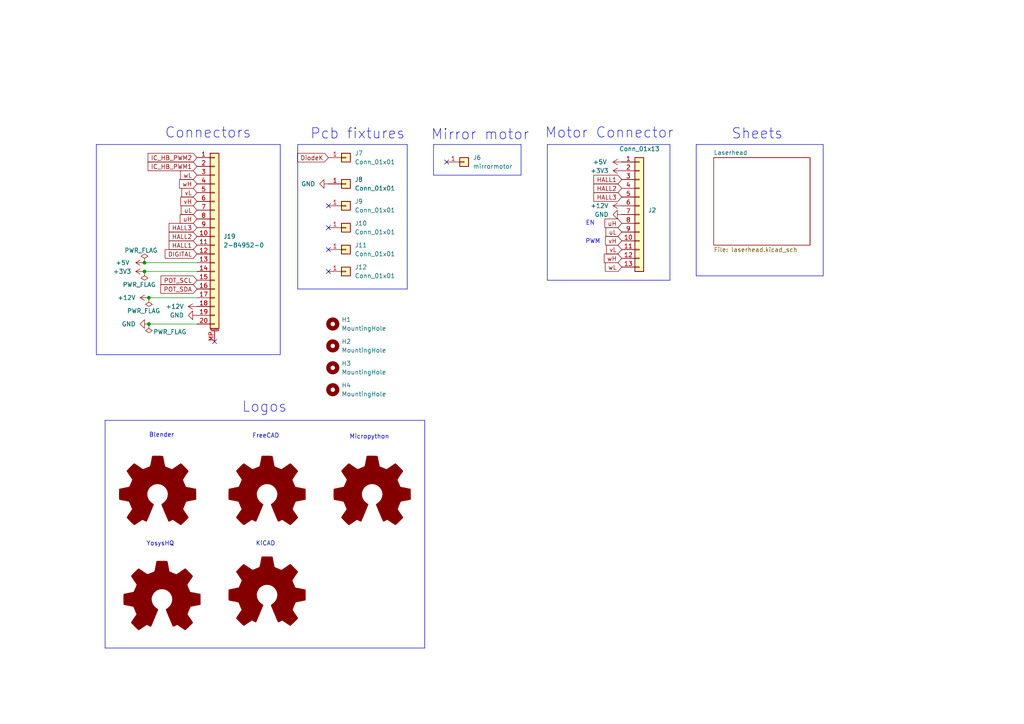
<source format=kicad_sch>
(kicad_sch (version 20231120) (generator "eeschema") (generator_version "8.0")
  (paper "A4")
  (title_block (title "Laserhead Base") (date "2024-10-28") (rev "0.1") (company "Hexastorm") (comment 1 "Author: Rik Starmans"))
  (lib_symbols
    (symbol "Connector_Generic:Conn_01x01" (pin_names (offset 1.016) hide)
      (property "Reference" "J" (at 0 2.54 0))
      (property "Value" "Conn_01x01" (at 0 -2.54 0))
      (symbol "Conn_01x01_1_1"
        (rectangle (start -1.27 0.127) (end 0 -0.127) (stroke (width 0.1524)))
        (rectangle (start -1.27 1.27) (end 1.27 -1.27) (stroke (width 0.254)) (fill (type background)))
        (pin passive line (at -5.08 0 0) (length 3.81) (name "Pin_1") (number "1"))
      )
    )
    (symbol "Connector_Generic:Conn_01x13" (pin_names (offset 1.016) hide)
      (property "Reference" "J" (at 0 17.78 0))
      (property "Value" "Conn_01x13" (at 0 -17.78 0))
      (symbol "Conn_01x13_1_1"
        (rectangle (start -1.27 -15.113) (end 0 -15.367) (stroke (width 0.1524)))
        (rectangle (start -1.27 -12.573) (end 0 -12.827) (stroke (width 0.1524)))
        (rectangle (start -1.27 -10.033) (end 0 -10.287) (stroke (width 0.1524)))
        (rectangle (start -1.27 -7.493) (end 0 -7.747) (stroke (width 0.1524)))
        (rectangle (start -1.27 -4.953) (end 0 -5.207) (stroke (width 0.1524)))
        (rectangle (start -1.27 -2.413) (end 0 -2.667) (stroke (width 0.1524)))
        (rectangle (start -1.27 0.127) (end 0 -0.127) (stroke (width 0.1524)))
        (rectangle (start -1.27 2.667) (end 0 2.413) (stroke (width 0.1524)))
        (rectangle (start -1.27 5.207) (end 0 4.953) (stroke (width 0.1524)))
        (rectangle (start -1.27 7.747) (end 0 7.493) (stroke (width 0.1524)))
        (rectangle (start -1.27 10.287) (end 0 10.033) (stroke (width 0.1524)))
        (rectangle (start -1.27 12.827) (end 0 12.573) (stroke (width 0.1524)))
        (rectangle (start -1.27 15.367) (end 0 15.113) (stroke (width 0.1524)))
        (rectangle (start -1.27 16.51) (end 1.27 -16.51) (stroke (width 0.254)) (fill (type background)))
        (pin passive line (at -5.08 15.24 0) (length 3.81) (name "Pin_1") (number "1"))
        (pin passive line (at -5.08 -7.62 0) (length 3.81) (name "Pin_10") (number "10"))
        (pin passive line (at -5.08 -10.16 0) (length 3.81) (name "Pin_11") (number "11"))
        (pin passive line (at -5.08 -12.7 0) (length 3.81) (name "Pin_12") (number "12"))
        (pin passive line (at -5.08 -15.24 0) (length 3.81) (name "Pin_13") (number "13"))
        (pin passive line (at -5.08 12.7 0) (length 3.81) (name "Pin_2") (number "2"))
        (pin passive line (at -5.08 10.16 0) (length 3.81) (name "Pin_3") (number "3"))
        (pin passive line (at -5.08 7.62 0) (length 3.81) (name "Pin_4") (number "4"))
        (pin passive line (at -5.08 5.08 0) (length 3.81) (name "Pin_5") (number "5"))
        (pin passive line (at -5.08 2.54 0) (length 3.81) (name "Pin_6") (number "6"))
        (pin passive line (at -5.08 0 0) (length 3.81) (name "Pin_7") (number "7"))
        (pin passive line (at -5.08 -2.54 0) (length 3.81) (name "Pin_8") (number "8"))
        (pin passive line (at -5.08 -5.08 0) (length 3.81) (name "Pin_9") (number "9"))
      )
    )
    (symbol "Connector_Generic_MountingPin:Conn_01x20_MountingPin" (pin_names (offset 1.016) hide)
      (property "Reference" "J" (at 0 25.4 0))
      (property "Value" "Conn_01x20_MountingPin" (at 1.27 -27.94 0))
      (symbol "Conn_01x20_MountingPin_1_1"
        (rectangle (start -1.27 -25.273) (end 0 -25.527) (stroke (width 0.1524)))
        (rectangle (start -1.27 -22.733) (end 0 -22.987) (stroke (width 0.1524)))
        (rectangle (start -1.27 -20.193) (end 0 -20.447) (stroke (width 0.1524)))
        (rectangle (start -1.27 -17.653) (end 0 -17.907) (stroke (width 0.1524)))
        (rectangle (start -1.27 -15.113) (end 0 -15.367) (stroke (width 0.1524)))
        (rectangle (start -1.27 -12.573) (end 0 -12.827) (stroke (width 0.1524)))
        (rectangle (start -1.27 -10.033) (end 0 -10.287) (stroke (width 0.1524)))
        (rectangle (start -1.27 -7.493) (end 0 -7.747) (stroke (width 0.1524)))
        (rectangle (start -1.27 -4.953) (end 0 -5.207) (stroke (width 0.1524)))
        (rectangle (start -1.27 -2.413) (end 0 -2.667) (stroke (width 0.1524)))
        (rectangle (start -1.27 0.127) (end 0 -0.127) (stroke (width 0.1524)))
        (rectangle (start -1.27 2.667) (end 0 2.413) (stroke (width 0.1524)))
        (rectangle (start -1.27 5.207) (end 0 4.953) (stroke (width 0.1524)))
        (rectangle (start -1.27 7.747) (end 0 7.493) (stroke (width 0.1524)))
        (rectangle (start -1.27 10.287) (end 0 10.033) (stroke (width 0.1524)))
        (rectangle (start -1.27 12.827) (end 0 12.573) (stroke (width 0.1524)))
        (rectangle (start -1.27 15.367) (end 0 15.113) (stroke (width 0.1524)))
        (rectangle (start -1.27 17.907) (end 0 17.653) (stroke (width 0.1524)))
        (rectangle (start -1.27 20.447) (end 0 20.193) (stroke (width 0.1524)))
        (rectangle (start -1.27 22.987) (end 0 22.733) (stroke (width 0.1524)))
        (rectangle (start -1.27 24.13) (end 1.27 -26.67) (stroke (width 0.254)) (fill (type background)))
        (polyline (pts (xy -1.016 -27.432) (xy 1.016 -27.432)) (stroke (width 0.1524)))
        (text "Mounting" (at 0 -27.051 0) (effects (font (size 0.381 0.381))))
        (pin passive line (at -5.08 22.86 0) (length 3.81) (name "Pin_1") (number "1"))
        (pin passive line (at -5.08 0 0) (length 3.81) (name "Pin_10") (number "10"))
        (pin passive line (at -5.08 -2.54 0) (length 3.81) (name "Pin_11") (number "11"))
        (pin passive line (at -5.08 -5.08 0) (length 3.81) (name "Pin_12") (number "12"))
        (pin passive line (at -5.08 -7.62 0) (length 3.81) (name "Pin_13") (number "13"))
        (pin passive line (at -5.08 -10.16 0) (length 3.81) (name "Pin_14") (number "14"))
        (pin passive line (at -5.08 -12.7 0) (length 3.81) (name "Pin_15") (number "15"))
        (pin passive line (at -5.08 -15.24 0) (length 3.81) (name "Pin_16") (number "16"))
        (pin passive line (at -5.08 -17.78 0) (length 3.81) (name "Pin_17") (number "17"))
        (pin passive line (at -5.08 -20.32 0) (length 3.81) (name "Pin_18") (number "18"))
        (pin passive line (at -5.08 -22.86 0) (length 3.81) (name "Pin_19") (number "19"))
        (pin passive line (at -5.08 20.32 0) (length 3.81) (name "Pin_2") (number "2"))
        (pin passive line (at -5.08 -25.4 0) (length 3.81) (name "Pin_20") (number "20"))
        (pin passive line (at -5.08 17.78 0) (length 3.81) (name "Pin_3") (number "3"))
        (pin passive line (at -5.08 15.24 0) (length 3.81) (name "Pin_4") (number "4"))
        (pin passive line (at -5.08 12.7 0) (length 3.81) (name "Pin_5") (number "5"))
        (pin passive line (at -5.08 10.16 0) (length 3.81) (name "Pin_6") (number "6"))
        (pin passive line (at -5.08 7.62 0) (length 3.81) (name "Pin_7") (number "7"))
        (pin passive line (at -5.08 5.08 0) (length 3.81) (name "Pin_8") (number "8"))
        (pin passive line (at -5.08 2.54 0) (length 3.81) (name "Pin_9") (number "9"))
        (pin passive line (at 0 -30.48 90) (length 3.048) (name "MountPin") (number "MP"))
      )
    )
    (symbol "Graphic:Logo_Open_Hardware_Large" (in_bom no) (on_board no)
      (symbol "Logo_Open_Hardware_Large_1_1"
        (polyline (pts (xy 6.731 -8.7122) (xy 6.6294 -8.6614) (xy 6.35 -8.4836) (xy 5.9944 -8.255) (xy 5.5372 -7.9502) (xy 5.1054 -7.6454) (xy 4.7498 -7.4168) (xy 4.4958 -7.239) (xy 4.3942 -7.1882) (xy 4.318 -7.2136) (xy 4.1148 -7.3152) (xy 3.81 -7.4676) (xy 3.6322 -7.5692) (xy 3.3528 -7.6708) (xy 3.2258 -7.6962) (xy 3.2004 -7.6708) (xy 3.0988 -7.4676) (xy 2.9464 -7.0866) (xy 2.7178 -6.604) (xy 2.4892 -6.0452) (xy 2.2352 -5.4356) (xy 1.9558 -4.826) (xy 1.7272 -4.2164) (xy 1.4986 -3.683) (xy 1.3208 -3.2512) (xy 1.2192 -2.9464) (xy 1.1684 -2.8194) (xy 1.1938 -2.794) (xy 1.3208 -2.667) (xy 1.5748 -2.4892) (xy 2.0828 -2.0574) (xy 2.6162 -1.397) (xy 2.921 -0.6604) (xy 3.048 0.1524) (xy 2.9464 0.9144) (xy 2.6416 1.6256) (xy 2.1336 2.286) (xy 1.524 2.7686) (xy 0.8128 3.0734) (xy 0 3.175) (xy -0.762 3.0988) (xy -1.4986 2.794) (xy -2.159 2.286) (xy -2.4384 1.9812) (xy -2.8194 1.3208) (xy -3.048 0.6096) (xy -3.0734 0.4318) (xy -3.0226 -0.3556) (xy -2.794 -1.0922) (xy -2.3876 -1.7526) (xy -1.8288 -2.3114) (xy -1.7526 -2.3622) (xy -1.4732 -2.5654) (xy -1.2954 -2.6924) (xy -1.1684 -2.8194) (xy -2.159 -5.207) (xy -2.3114 -5.588) (xy -2.5908 -6.2484) (xy -2.8194 -6.8072) (xy -3.0226 -7.2644) (xy -3.1496 -7.5692) (xy -3.2258 -7.6708) (xy -3.2258 -7.6962) (xy -3.302 -7.6962) (xy -3.4798 -7.6454) (xy -3.8354 -7.4676) (xy -4.0386 -7.366) (xy -4.2926 -7.239) (xy -4.4196 -7.1882) (xy -4.5212 -7.239) (xy -4.7498 -7.3914) (xy -5.1054 -7.6454) (xy -5.5372 -7.9248) (xy -5.9436 -8.2042) (xy -6.3246 -8.4582) (xy -6.604 -8.636) (xy -6.731 -8.7122) (xy -6.7564 -8.7122) (xy -6.858 -8.636) (xy -7.0866 -8.4582) (xy -7.4168 -8.1534) (xy -7.874 -7.6962) (xy -7.9502 -7.62) (xy -8.3312 -7.239) (xy -8.636 -6.9088) (xy -8.8392 -6.6802) (xy -8.9154 -6.5786) (xy -8.9154 -6.5786) (xy -8.8392 -6.4516) (xy -8.6614 -6.1722) (xy -8.4328 -5.7912) (xy -8.128 -5.3594) (xy -7.3152 -4.191) (xy -7.7724 -3.0988) (xy -7.8994 -2.7686) (xy -8.0772 -2.3622) (xy -8.2042 -2.0828) (xy -8.255 -1.9558) (xy -8.382 -1.905) (xy -8.6614 -1.8542) (xy -9.0932 -1.7526) (xy -9.6266 -1.651) (xy -10.1092 -1.5748) (xy -10.541 -1.4732) (xy -10.8712 -1.4224) (xy -11.0236 -1.397) (xy -11.049 -1.3716) (xy -11.0744 -1.2954) (xy -11.0998 -1.143) (xy -11.0998 -0.889) (xy -11.1252 -0.4572) (xy -11.1252 0.1524) (xy -11.1252 0.2286) (xy -11.0998 0.8128) (xy -11.0998 1.27) (xy -11.0744 1.5494) (xy -11.0744 1.6764) (xy -11.0744 1.6764) (xy -10.922 1.7018) (xy -10.6172 1.778) (xy -10.16 1.8542) (xy -9.652 1.9558) (xy -9.6012 1.9812) (xy -9.0932 2.0828) (xy -8.636 2.159) (xy -8.3312 2.2352) (xy -8.2042 2.286) (xy -8.1788 2.3114) (xy -8.0772 2.5146) (xy -7.9248 2.8448) (xy -7.747 3.2512) (xy -7.5692 3.6576) (xy -7.4168 4.0386) (xy -7.3152 4.318) (xy -7.2898 4.445) (xy -7.2898 4.445) (xy -7.366 4.572) (xy -7.5438 4.826) (xy -7.7978 5.207) (xy -8.128 5.6642) (xy -8.128 5.6896) (xy -8.4328 6.1468) (xy -8.6868 6.5278) (xy -8.8392 6.7818) (xy -8.9154 6.9088) (xy -8.9154 6.9088) (xy -8.8138 7.0358) (xy -8.5852 7.2898) (xy -8.255 7.6454) (xy -7.874 8.0264) (xy -7.747 8.1534) (xy -7.3152 8.5852) (xy -7.0104 8.8646) (xy -6.8326 8.9916) (xy -6.731 9.0424) (xy -6.731 9.0424) (xy -6.604 8.9408) (xy -6.3246 8.763) (xy -5.9436 8.509) (xy -5.4864 8.2042) (xy -5.461 8.1788) (xy -5.0038 7.874) (xy -4.6482 7.62) (xy -4.3688 7.4422) (xy -4.2672 7.3914) (xy -4.2418 7.3914) (xy -4.064 7.4422) (xy -3.7338 7.5438) (xy -3.3528 7.6962) (xy -2.9464 7.874) (xy -2.5654 8.0264) (xy -2.286 8.1534) (xy -2.159 8.2296) (xy -2.159 8.2296) (xy -2.1082 8.382) (xy -2.032 8.7122) (xy -1.9304 9.1694) (xy -1.8288 9.7282) (xy -1.8034 9.8044) (xy -1.7018 10.3378) (xy -1.6256 10.7696) (xy -1.5748 11.0744) (xy -1.524 11.2014) (xy -1.4478 11.2268) (xy -1.1938 11.2522) (xy -0.8128 11.2522) (xy -0.3302 11.2522) (xy 0.1524 11.2522) (xy 0.6604 11.2522) (xy 1.0668 11.2268) (xy 1.3716 11.2014) (xy 1.4986 11.176) (xy 1.4986 11.176) (xy 1.5494 11.0236) (xy 1.6256 10.6934) (xy 1.7018 10.2108) (xy 1.8288 9.6774) (xy 1.8288 9.5758) (xy 1.9304 9.0424) (xy 2.032 8.6106) (xy 2.0828 8.3058) (xy 2.1336 8.2042) (xy 2.159 8.1788) (xy 2.3876 8.0772) (xy 2.7432 7.9248) (xy 3.175 7.747) (xy 4.191 7.3406) (xy 5.461 8.2042) (xy 5.5626 8.2804) (xy 6.0198 8.5852) (xy 6.3754 8.8392) (xy 6.6294 8.9916) (xy 6.7564 9.0424) (xy 6.7564 9.0424) (xy 6.8834 8.9408) (xy 7.1374 8.7122) (xy 7.4676 8.382) (xy 7.8486 7.9756) (xy 8.1534 7.6962) (xy 8.4836 7.3406) (xy 8.7122 7.112) (xy 8.8392 6.9596) (xy 8.8646 6.858) (xy 8.8646 6.8072) (xy 8.7884 6.6802) (xy 8.6106 6.4008) (xy 8.3312 6.0198) (xy 8.0264 5.588) (xy 7.7978 5.207) (xy 7.5184 4.8006) (xy 7.3406 4.4958) (xy 7.2898 4.3434) (xy 7.2898 4.2926) (xy 7.3914 4.0386) (xy 7.5184 3.683) (xy 7.7216 3.2258) (xy 8.1534 2.2352) (xy 8.7884 2.1082) (xy 9.1948 2.0574) (xy 9.7536 1.9304) (xy 10.2616 1.8288) (xy 11.0998 1.6764) (xy 11.1252 -1.3208) (xy 10.9982 -1.3716) (xy 10.8712 -1.397) (xy 10.5664 -1.4732) (xy 10.1346 -1.5494) (xy 9.6266 -1.651) (xy 9.1948 -1.7272) (xy 8.7376 -1.8288) (xy 8.4328 -1.8796) (xy 8.2804 -1.905) (xy 8.255 -1.9558) (xy 8.1534 -2.159) (xy 7.9756 -2.5146) (xy 7.8232 -2.921) (xy 7.6454 -3.3274) (xy 7.493 -3.7338) (xy 7.366 -4.0132) (xy 7.3406 -4.191) (xy 7.3914 -4.2926) (xy 7.5692 -4.5466) (xy 7.7978 -4.9276) (xy 8.1026 -5.3594) (xy 8.4074 -5.7912) (xy 8.6614 -6.1722) (xy 8.8138 -6.4262) (xy 8.89 -6.5532) (xy 8.8646 -6.6548) (xy 8.6868 -6.858) (xy 8.3566 -7.1882) (xy 7.874 -7.6708) (xy 7.7978 -7.747) (xy 7.3914 -8.128) (xy 7.0612 -8.4328) (xy 6.8326 -8.636) (xy 6.731 -8.7122)) (fill (type outline)))
      )
    )
    (symbol "Mechanical:MountingHole" (pin_names (offset 1.016)) (exclude_from_sim yes) (in_bom no)
      (property "Reference" "H" (at 0 5.08 0))
      (property "Value" "MountingHole" (at 0 3.175 0))
      (symbol "MountingHole_0_1"
        (circle (center 0 0) (radius 1.27) (stroke (width 1.27)))
      )
    )
    (symbol "power:+12V" (power) (pin_numbers hide) (pin_names (offset 0) hide)
      (property "Value" "+12V" (at 0 3.556 0))
      (symbol "+12V_0_1"
        (polyline (pts (xy -0.762 1.27) (xy 0 2.54)))
        (polyline (pts (xy 0 0) (xy 0 2.54)))
        (polyline (pts (xy 0 2.54) (xy 0.762 1.27)))
      )
      (symbol "+12V_1_1"
        (pin power_in line (at 0 0 90) (length 0) (name "~") (number "1"))
      )
    )
    (symbol "power:+3V3" (power) (pin_numbers hide) (pin_names (offset 0) hide)
      (property "Value" "+3V3" (at 0 3.556 0))
      (symbol "+3V3_0_1"
        (polyline (pts (xy -0.762 1.27) (xy 0 2.54)))
        (polyline (pts (xy 0 0) (xy 0 2.54)))
        (polyline (pts (xy 0 2.54) (xy 0.762 1.27)))
      )
      (symbol "+3V3_1_1"
        (pin power_in line (at 0 0 90) (length 0) (name "~") (number "1"))
      )
    )
    (symbol "power:+5V" (power) (pin_numbers hide) (pin_names (offset 0) hide)
      (property "Value" "+5V" (at 0 3.556 0))
      (symbol "+5V_0_1"
        (polyline (pts (xy -0.762 1.27) (xy 0 2.54)))
        (polyline (pts (xy 0 0) (xy 0 2.54)))
        (polyline (pts (xy 0 2.54) (xy 0.762 1.27)))
      )
      (symbol "+5V_1_1"
        (pin power_in line (at 0 0 90) (length 0) (name "~") (number "1"))
      )
    )
    (symbol "power:GND" (power) (pin_numbers hide) (pin_names (offset 0) hide)
      (property "Value" "GND" (at 0 -3.81 0))
      (symbol "GND_0_1"
        (polyline (pts (xy 0 0) (xy 0 -1.27) (xy 1.27 -1.27) (xy 0 -2.54) (xy -1.27 -1.27) (xy 0 -1.27)))
      )
      (symbol "GND_1_1"
        (pin power_in line (at 0 0 270) (length 0) (name "~") (number "1"))
      )
    )
    (symbol "power:PWR_FLAG" (power) (pin_numbers hide) (pin_names (offset 0) hide)
      (property "Value" "PWR_FLAG" (at 0 3.81 0))
      (symbol "PWR_FLAG_0_0"
        (pin power_out line (at 0 0 90) (length 0) (name "~") (number "1"))
      )
      (symbol "PWR_FLAG_0_1"
        (polyline (pts (xy 0 0) (xy 0 1.27) (xy -1.016 1.905) (xy 0 2.54) (xy 1.016 1.905) (xy 0 1.27)))
      )
    )
  )
  (junction (at 41.91 76.2))
  (junction (at 41.91 78.74))
  (junction (at 43.18 86.36))
  (junction (at 43.18 93.98))
  (no_connect (at 95.25 59.69))
  (no_connect (at 62.23 99.06))
  (no_connect (at 129.54 46.99))
  (no_connect (at 95.25 66.04))
  (no_connect (at 95.25 78.74))
  (no_connect (at 95.25 72.39))
  (polyline (pts (xy 151.13 50.8) (xy 151.13 41.91)))
  (polyline (pts (xy 125.73 41.91) (xy 125.73 50.8)))
  (polyline (pts (xy 30.48 187.96) (xy 123.19 187.96)))
  (polyline (pts (xy 86.36 41.91) (xy 86.36 83.82)))
  (wire (pts (xy 41.91 76.2) (xy 57.15 76.2)))
  (polyline (pts (xy 125.73 50.8) (xy 151.13 50.8)))
  (polyline (pts (xy 81.28 41.91) (xy 27.94 41.91)))
  (polyline (pts (xy 86.36 83.82) (xy 118.11 83.82)))
  (polyline (pts (xy 123.19 187.96) (xy 123.19 121.92)))
  (polyline (pts (xy 158.75 41.91) (xy 158.75 81.28)))
  (polyline (pts (xy 27.94 102.87) (xy 81.28 102.87)))
  (polyline (pts (xy 118.11 83.82) (xy 118.11 41.91)))
  (polyline (pts (xy 194.31 81.28) (xy 194.31 41.91)))
  (polyline (pts (xy 238.76 80.01) (xy 238.76 41.91)))
  (polyline (pts (xy 30.48 121.92) (xy 30.48 187.96)))
  (polyline (pts (xy 151.13 41.91) (xy 125.73 41.91)))
  (wire (pts (xy 41.91 78.74) (xy 57.15 78.74)))
  (polyline (pts (xy 30.48 121.92) (xy 123.19 121.92)))
  (polyline (pts (xy 118.11 41.91) (xy 86.36 41.91)))
  (polyline (pts (xy 27.94 41.91) (xy 27.94 102.87)))
  (wire (pts (xy 43.18 93.98) (xy 57.15 93.98)))
  (wire (pts (xy 43.18 86.36) (xy 57.15 86.36)))
  (polyline (pts (xy 201.93 80.01) (xy 238.76 80.01)))
  (polyline (pts (xy 81.28 102.87) (xy 81.28 41.91)))
  (polyline (pts (xy 194.31 41.91) (xy 158.75 41.91)))
  (polyline (pts (xy 201.93 41.91) (xy 238.76 41.91)))
  (polyline (pts (xy 201.93 41.91) (xy 201.93 80.01)))
  (polyline (pts (xy 194.31 81.28) (xy 158.75 81.28)))
  (text "PWM" (at 171.958 70.104 0) (effects (font (size 1.27 1.27))))
  (text "Micropython" (at 101.346 127.508 0) (effects (font (size 1.27 1.27)) (justify left bottom)))
  (text "EN" (at 171.196 64.77 0) (effects (font (size 1.27 1.27))))
  (text "YosysHQ" (at 42.418 158.496 0) (effects (font (size 1.27 1.27)) (justify left bottom)))
  (text "FreeCAD" (at 73.152 127.254 0) (effects (font (size 1.27 1.27)) (justify left bottom)))
  (text "Logos" (at 70.104 119.888 0) (effects (font (size 3 3)) (justify left bottom)))
  (text "KiCAD" (at 74.168 158.496 0) (effects (font (size 1.27 1.27)) (justify left bottom)))
  (text "Motor Connector" (at 157.988 40.386 0) (effects (font (size 3 3)) (justify left bottom)))
  (text "Blender" (at 43.18 127 0) (effects (font (size 1.27 1.27)) (justify left bottom)))
  (text "Connectors" (at 47.752 40.386 0) (effects (font (size 3 3)) (justify left bottom)))
  (text "Sheets" (at 212.09 40.64 0) (effects (font (size 3 3)) (justify left bottom)))
  (text "Mirror motor" (at 124.968 40.894 0) (effects (font (size 3 3)) (justify left bottom)))
  (text "Pcb fixtures" (at 89.916 40.64 0) (effects (font (size 3 3)) (justify left bottom)))
  (global_label "HALL3" (shape input) (at 57.15 66.04 180) (property "Intersheetrefs" "${INTERSHEET_REFS}" (effects (hide yes))))
  (global_label "vL" (shape input) (at 180.34 72.39 180) (property "Intersheetrefs" "${INTERSHEET_REFS}" (effects (hide yes))))
  (global_label "HALL3" (shape input) (at 180.34 57.15 180) (property "Intersheetrefs" "${INTERSHEET_REFS}" (effects (hide yes))))
  (global_label "uH" (shape input) (at 180.34 64.77 180) (property "Intersheetrefs" "${INTERSHEET_REFS}" (effects (hide yes))))
  (global_label "HALL2" (shape input) (at 180.34 54.61 180) (property "Intersheetrefs" "${INTERSHEET_REFS}" (effects (hide yes))))
  (global_label "vL" (shape input) (at 57.15 55.88 180) (property "Intersheetrefs" "${INTERSHEET_REFS}" (effects (hide yes))))
  (global_label "HALL1" (shape input) (at 57.15 71.12 180) (property "Intersheetrefs" "${INTERSHEET_REFS}" (effects (hide yes))))
  (global_label "vH" (shape input) (at 57.15 58.42 180) (property "Intersheetrefs" "${INTERSHEET_REFS}" (effects (hide yes))))
  (global_label "uL" (shape input) (at 57.15 60.96 180) (property "Intersheetrefs" "${INTERSHEET_REFS}" (effects (hide yes))))
  (global_label "uL" (shape input) (at 180.34 67.31 180) (property "Intersheetrefs" "${INTERSHEET_REFS}" (effects (hide yes))))
  (global_label "POT_SDA" (shape input) (at 57.15 83.82 180) (property "Intersheetrefs" "${INTERSHEET_REFS}" (effects (hide yes))))
  (global_label "IC_HB_PWM1" (shape input) (at 57.15 48.26 180) (property "Intersheetrefs" "${INTERSHEET_REFS}" (effects (hide yes))))
  (global_label "wL" (shape input) (at 57.15 50.8 180) (property "Intersheetrefs" "${INTERSHEET_REFS}" (effects (hide yes))))
  (global_label "HALL2" (shape input) (at 57.15 68.58 180) (property "Intersheetrefs" "${INTERSHEET_REFS}" (effects (hide yes))))
  (global_label "IC_HB_PWM2" (shape input) (at 57.15 45.72 180) (property "Intersheetrefs" "${INTERSHEET_REFS}" (effects (hide yes))))
  (global_label "DIGITAL" (shape input) (at 57.15 73.66 180) (property "Intersheetrefs" "${INTERSHEET_REFS}" (effects (hide yes))))
  (global_label "wL" (shape input) (at 180.34 77.47 180) (property "Intersheetrefs" "${INTERSHEET_REFS}" (effects (hide yes))))
  (global_label "wH" (shape input) (at 180.34 74.93 180) (property "Intersheetrefs" "${INTERSHEET_REFS}" (effects (hide yes))))
  (global_label "uH" (shape input) (at 57.15 63.5 180) (property "Intersheetrefs" "${INTERSHEET_REFS}" (effects (hide yes))))
  (global_label "HALL1" (shape input) (at 180.34 52.07 180) (property "Intersheetrefs" "${INTERSHEET_REFS}" (effects (hide yes))))
  (global_label "wH" (shape input) (at 57.15 53.34 180) (property "Intersheetrefs" "${INTERSHEET_REFS}" (effects (hide yes))))
  (global_label "DiodeK" (shape input) (at 95.25 45.72 180) (property "Intersheetrefs" "${INTERSHEET_REFS}" (effects (hide yes))))
  (global_label "POT_SCL" (shape input) (at 57.15 81.28 180) (property "Intersheetrefs" "${INTERSHEET_REFS}" (effects (hide yes))))
  (global_label "vH" (shape input) (at 180.34 69.85 180) (property "Intersheetrefs" "${INTERSHEET_REFS}" (effects (hide yes))))
  (symbol (lib_id "Graphic:Logo_Open_Hardware_Large") (at 77.47 172.72 0) (unit 1) (in_bom no)
    (property "Reference" "L3" (effects (hide yes)))
    (property "Value" "Logo_Open_Hardware_Large" (effects (hide yes)))
    (property "Footprint" "sockets_scanhead:kicad" (effects (hide yes)))
  )
  (symbol (lib_id "power:GND") (at 43.18 93.98 270) (unit 1)
    (property "Reference" "#PWR055" (effects (hide yes)))
    (property "Value" "GND" (at 39.37 93.9799 90) (effects (justify right)))
    (property "Description" "Power symbol creates a global label with name \"GND\" , ground" (effects (hide yes)))
  )
  (symbol (lib_id "Connector_Generic:Conn_01x13") (at 185.42 62.23 0) (unit 1)
    (property "Reference" "J2" (at 187.96 60.9599 0) (effects (justify left)))
    (property "Value" "Conn_01x13" (at 179.578 43.18 0) (effects (justify left)))
    (property "Footprint" "sockets_scanhead:motor_13pin" (effects (hide yes)))
    (property "Description" "Generic connector, single row, 01x13, script generated (kicad-library-utils/schlib/autogen/connector/)" (effects (hide yes)))
  )
  (symbol (lib_id "Connector_Generic:Conn_01x01") (at 100.33 53.34 0) (unit 1)
    (property "Reference" "J8" (at 102.87 52.07 0) (effects (justify left)))
    (property "Value" "Conn_01x01" (at 102.87 54.61 0) (effects (justify left)))
    (property "Footprint" "sockets_scanhead:throughholeplate" (effects (hide yes)))
  )
  (symbol (lib_id "Mechanical:MountingHole") (at 96.52 113.03 0) (unit 1) (exclude_from_sim yes)
    (property "Reference" "H4" (at 99.06 111.7599 0) (effects (justify left)))
    (property "Value" "MountingHole" (at 99.06 114.2999 0) (effects (justify left)))
    (property "Footprint" "MountingHole:MountingHole_2.2mm_M2" (effects (hide yes)))
    (property "Description" "Mounting Hole without connection" (effects (hide yes)))
    (property "manf#" "970050244" (effects (hide yes)))
    (property "mouser#" "710-970050244" (effects (hide yes)))
  )
  (symbol (lib_id "Graphic:Logo_Open_Hardware_Large") (at 46.99 173.99 0) (unit 1) (in_bom no)
    (property "Reference" "L2" (effects (hide yes)))
    (property "Value" "Logo_Open_Hardware_Large" (effects (hide yes)))
    (property "Footprint" "sockets_scanhead:yosys" (effects (hide yes)))
  )
  (symbol (lib_id "power:PWR_FLAG") (at 41.91 76.2 0) (unit 1)
    (property "Reference" "#FLG01" (effects (hide yes)))
    (property "Value" "PWR_FLAG" (at 40.894 72.644 0))
    (property "Description" "Special symbol for telling ERC where power comes from" (effects (hide yes)))
  )
  (symbol (lib_id "power:+5V") (at 41.91 76.2 90) (unit 1)
    (property "Reference" "#PWR056" (effects (hide yes)))
    (property "Value" "+5V" (at 35.56 76.2 90))
    (property "Description" "Power symbol creates a global label with name \"+5V\"" (effects (hide yes)))
  )
  (symbol (lib_id "power:+5V") (at 180.34 46.99 90) (unit 1)
    (property "Reference" "#PWR06" (effects (hide yes)))
    (property "Value" "+5V" (at 173.99 46.99 90))
    (property "Description" "Power symbol creates a global label with name \"+5V\"" (effects (hide yes)))
  )
  (symbol (lib_id "power:PWR_FLAG") (at 43.18 86.36 180) (unit 1)
    (property "Reference" "#FLG03" (effects (hide yes)))
    (property "Value" "PWR_FLAG" (at 41.656 90.17 0))
    (property "Description" "Special symbol for telling ERC where power comes from" (effects (hide yes)))
  )
  (symbol (lib_id "power:PWR_FLAG") (at 41.91 78.74 180) (unit 1)
    (property "Reference" "#FLG02" (effects (hide yes)))
    (property "Value" "PWR_FLAG" (at 40.386 82.55 0))
    (property "Description" "Special symbol for telling ERC where power comes from" (effects (hide yes)))
  )
  (symbol (lib_id "Mechanical:MountingHole") (at 96.52 93.98 0) (unit 1) (exclude_from_sim yes)
    (property "Reference" "H1" (at 99.06 92.7099 0) (effects (justify left)))
    (property "Value" "MountingHole" (at 99.06 95.2499 0) (effects (justify left)))
    (property "Footprint" "MountingHole:MountingHole_2.2mm_M2" (effects (hide yes)))
    (property "Description" "Mounting Hole without connection" (effects (hide yes)))
    (property "manf#" "970050244" (effects (hide yes)))
    (property "mouser#" "710-970050244" (effects (hide yes)))
  )
  (symbol (lib_id "Connector_Generic_MountingPin:Conn_01x20_MountingPin") (at 62.23 68.58 0) (unit 1)
    (property "Reference" "J19" (at 64.77 68.5799 0) (effects (justify left)))
    (property "Value" "2-84952-0" (at 64.77 71.1199 0) (effects (justify left)))
    (property "Footprint" "sockets_scanhead:2-84952-0" (effects (hide yes)))
    (property "Description" "Generic connectable mounting pin connector, single row, 01x20, script generated (kicad-library-utils/schlib/autogen/connector/)" (effects (hide yes)))
    (property "mouser#" "571-2-84952-0" (effects (hide yes)))
    (property "farnell#" "2399744" (effects (hide yes)))
    (property "manf#" "2-84952-0" (effects (hide yes)))
  )
  (symbol (lib_id "Connector_Generic:Conn_01x01") (at 100.33 59.69 0) (unit 1)
    (property "Reference" "J9" (at 102.87 58.42 0) (effects (justify left)))
    (property "Value" "Conn_01x01" (at 102.87 60.96 0) (effects (justify left)))
    (property "Footprint" "sockets_scanhead:throughholeplate" (effects (hide yes)))
  )
  (symbol (lib_id "power:+3V3") (at 180.34 49.53 90) (unit 1)
    (property "Reference" "#PWR08" (effects (hide yes)))
    (property "Value" "+3V3" (at 176.53 49.53 90) (effects (justify left)))
    (property "Description" "Power symbol creates a global label with name \"+3V3\"" (effects (hide yes)))
  )
  (symbol (lib_id "power:+12V") (at 180.34 59.69 90) (unit 1)
    (property "Reference" "#PWR03" (effects (hide yes)))
    (property "Value" "+12V" (at 176.53 59.69 90) (effects (justify left)))
    (property "Description" "Power symbol creates a global label with name \"+12V\"" (effects (hide yes)))
  )
  (symbol (lib_id "power:+3V3") (at 41.91 78.74 90) (unit 1)
    (property "Reference" "#PWR057" (effects (hide yes)))
    (property "Value" "+3V3" (at 38.1 78.74 90) (effects (justify left)))
    (property "Description" "Power symbol creates a global label with name \"+3V3\"" (effects (hide yes)))
  )
  (symbol (lib_id "Mechanical:MountingHole") (at 96.52 106.68 0) (unit 1) (exclude_from_sim yes)
    (property "Reference" "H3" (at 99.06 105.4099 0) (effects (justify left)))
    (property "Value" "MountingHole" (at 99.06 107.9499 0) (effects (justify left)))
    (property "Footprint" "MountingHole:MountingHole_2.2mm_M2" (effects (hide yes)))
    (property "Description" "Mounting Hole without connection" (effects (hide yes)))
    (property "manf#" "970050244" (effects (hide yes)))
    (property "mouser#" "710-970050244" (effects (hide yes)))
  )
  (symbol (lib_id "Graphic:Logo_Open_Hardware_Large") (at 45.72 143.51 0) (unit 1) (in_bom no)
    (property "Reference" "L1" (effects (hide yes)))
    (property "Value" "Logo_Open_Hardware_Large" (effects (hide yes)))
    (property "Footprint" "sockets_scanhead:blender" (effects (hide yes)))
  )
  (symbol (lib_id "power:+12V") (at 43.18 86.36 90) (unit 1)
    (property "Reference" "#PWR04" (effects (hide yes)))
    (property "Value" "+12V" (at 39.37 86.36 90) (effects (justify left)))
    (property "Description" "Power symbol creates a global label with name \"+12V\"" (effects (hide yes)))
  )
  (symbol (lib_id "Graphic:Logo_Open_Hardware_Large") (at 107.95 143.51 0) (unit 1) (in_bom no)
    (property "Reference" "L5" (effects (hide yes)))
    (property "Value" "Logo_Open_Hardware_Large" (effects (hide yes)))
    (property "Footprint" "sockets_scanhead:micropython" (effects (hide yes)))
  )
  (symbol (lib_id "Connector_Generic:Conn_01x01") (at 134.62 46.99 0) (unit 1)
    (property "Reference" "J6" (at 137.16 45.7199 0) (effects (justify left)))
    (property "Value" "mirrormotor" (at 137.16 48.2599 0) (effects (justify left)))
    (property "Footprint" "sockets_scanhead:mirror_motor" (effects (hide yes)))
  )
  (symbol (lib_id "power:+12V") (at 57.15 88.9 90) (unit 1)
    (property "Reference" "#PWR053" (effects (hide yes)))
    (property "Value" "+12V" (at 53.34 88.9 90) (effects (justify left)))
    (property "Description" "Power symbol creates a global label with name \"+12V\"" (effects (hide yes)))
  )
  (symbol (lib_id "Connector_Generic:Conn_01x01") (at 100.33 45.72 0) (unit 1)
    (property "Reference" "J7" (at 102.87 44.45 0) (effects (justify left)))
    (property "Value" "Conn_01x01" (at 102.87 46.99 0) (effects (justify left)))
    (property "Footprint" "sockets_scanhead:throughholeplate" (effects (hide yes)))
  )
  (symbol (lib_id "Connector_Generic:Conn_01x01") (at 100.33 72.39 0) (unit 1)
    (property "Reference" "J11" (at 102.87 71.12 0) (effects (justify left)))
    (property "Value" "Conn_01x01" (at 102.87 73.66 0) (effects (justify left)))
    (property "Footprint" "sockets_scanhead:throughholeplate" (effects (hide yes)))
  )
  (symbol (lib_id "power:PWR_FLAG") (at 43.18 93.98 180) (unit 1)
    (property "Reference" "#FLG04" (effects (hide yes)))
    (property "Value" "PWR_FLAG" (at 49.276 96.266 0))
    (property "Description" "Special symbol for telling ERC where power comes from" (effects (hide yes)))
  )
  (symbol (lib_id "power:GND") (at 57.15 91.44 270) (unit 1)
    (property "Reference" "#PWR054" (effects (hide yes)))
    (property "Value" "GND" (at 53.34 91.4399 90) (effects (justify right)))
    (property "Description" "Power symbol creates a global label with name \"GND\" , ground" (effects (hide yes)))
  )
  (symbol (lib_id "power:GND") (at 95.25 53.34 270) (unit 1)
    (property "Reference" "#PWR011" (effects (hide yes)))
    (property "Value" "GND" (at 91.44 53.3399 90) (effects (justify right)))
    (property "Description" "Power symbol creates a global label with name \"GND\" , ground" (effects (hide yes)))
  )
  (symbol (lib_id "power:GND") (at 180.34 62.23 270) (unit 1)
    (property "Reference" "#PWR05" (effects (hide yes)))
    (property "Value" "GND" (at 176.53 62.2299 90) (effects (justify right)))
    (property "Description" "Power symbol creates a global label with name \"GND\" , ground" (effects (hide yes)))
  )
  (symbol (lib_id "Connector_Generic:Conn_01x01") (at 100.33 78.74 0) (unit 1)
    (property "Reference" "J12" (at 102.87 77.47 0) (effects (justify left)))
    (property "Value" "Conn_01x01" (at 102.87 80.01 0) (effects (justify left)))
    (property "Footprint" "sockets_scanhead:throughholeplate" (effects (hide yes)))
  )
  (symbol (lib_id "Connector_Generic:Conn_01x01") (at 100.33 66.04 0) (unit 1)
    (property "Reference" "J10" (at 102.87 64.77 0) (effects (justify left)))
    (property "Value" "Conn_01x01" (at 102.87 67.31 0) (effects (justify left)))
    (property "Footprint" "sockets_scanhead:throughholeplate" (effects (hide yes)))
  )
  (symbol (lib_id "Mechanical:MountingHole") (at 96.52 100.33 0) (unit 1) (exclude_from_sim yes)
    (property "Reference" "H2" (at 99.06 99.0599 0) (effects (justify left)))
    (property "Value" "MountingHole" (at 99.06 101.5999 0) (effects (justify left)))
    (property "Footprint" "MountingHole:MountingHole_2.2mm_M2" (effects (hide yes)))
    (property "Description" "Mounting Hole without connection" (effects (hide yes)))
    (property "manf#" "970050244" (effects (hide yes)))
    (property "mouser#" "710-970050244" (effects (hide yes)))
  )
  (symbol (lib_id "Graphic:Logo_Open_Hardware_Large") (at 77.47 143.51 0) (unit 1) (in_bom no)
    (property "Reference" "L4" (effects (hide yes)))
    (property "Value" "Logo_Open_Hardware_Large" (effects (hide yes)))
    (property "Footprint" "sockets_scanhead:freecad" (effects (hide yes)))
  )
  (sheet (at 207.01 45.72) (size 27.94 25.4) (stroke (width 0.1524))
    (property "Sheetname" "Laserhead" (at 207.01 45.0084 0) (effects (justify left bottom)))
    (property "Sheetfile" "laserhead.kicad_sch" (at 207.01 71.7046 0) (effects (justify left top)))
  )
)
</source>
